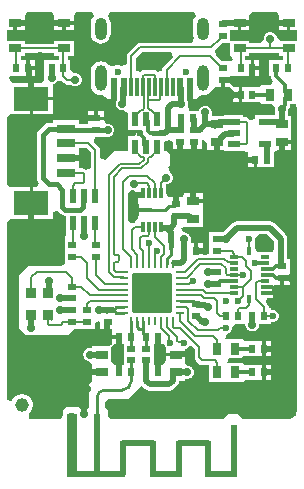
<source format=gbr>
%TF.GenerationSoftware,Altium Limited,Altium Designer,23.2.1 (34)*%
G04 Layer_Physical_Order=1*
G04 Layer_Color=255*
%FSLAX26Y26*%
%MOIN*%
%TF.SameCoordinates,DAB62C51-C882-44BF-9B97-BA74F53622F3*%
%TF.FilePolarity,Positive*%
%TF.FileFunction,Copper,L1,Top,Signal*%
%TF.Part,Single*%
G01*
G75*
%TA.AperFunction,Conductor*%
%ADD10C,0.011614*%
%TA.AperFunction,SMDPad,CuDef*%
%ADD11R,0.064961X0.009842*%
%ADD12R,0.011811X0.035433*%
%ADD13R,0.023622X0.027559*%
%TA.AperFunction,ConnectorPad*%
%ADD14R,0.041339X0.025591*%
%TA.AperFunction,SMDPad,CuDef*%
%ADD15R,0.031496X0.039370*%
%TA.AperFunction,TestPad*%
%ADD16R,0.019685X0.192913*%
%ADD17R,0.019685X0.155118*%
%ADD18R,0.106299X0.019685*%
%ADD19R,0.019685X0.103937*%
%ADD20R,0.078740X0.019685*%
%ADD21R,0.196850X0.019685*%
%ADD22R,0.035433X0.192913*%
%TA.AperFunction,SMDPad,CuDef*%
%ADD23R,0.027559X0.023622*%
%ADD24R,0.029528X0.011811*%
%ADD25R,0.011811X0.029528*%
%ADD26R,0.039370X0.031496*%
%ADD27R,0.118110X0.082677*%
%ADD28R,0.062992X0.031496*%
G04:AMPARAMS|DCode=29|XSize=135.827mil|YSize=135.827mil|CornerRadius=6.791mil|HoleSize=0mil|Usage=FLASHONLY|Rotation=270.000|XOffset=0mil|YOffset=0mil|HoleType=Round|Shape=RoundedRectangle|*
%AMROUNDEDRECTD29*
21,1,0.135827,0.122244,0,0,270.0*
21,1,0.122244,0.135827,0,0,270.0*
1,1,0.013583,-0.061122,-0.061122*
1,1,0.013583,-0.061122,0.061122*
1,1,0.013583,0.061122,0.061122*
1,1,0.013583,0.061122,-0.061122*
%
%ADD29ROUNDEDRECTD29*%
G04:AMPARAMS|DCode=30|XSize=9.842mil|YSize=27.559mil|CornerRadius=0.492mil|HoleSize=0mil|Usage=FLASHONLY|Rotation=90.000|XOffset=0mil|YOffset=0mil|HoleType=Round|Shape=RoundedRectangle|*
%AMROUNDEDRECTD30*
21,1,0.009842,0.026575,0,0,90.0*
21,1,0.008858,0.027559,0,0,90.0*
1,1,0.000984,0.013287,0.004429*
1,1,0.000984,0.013287,-0.004429*
1,1,0.000984,-0.013287,-0.004429*
1,1,0.000984,-0.013287,0.004429*
%
%ADD30ROUNDEDRECTD30*%
G04:AMPARAMS|DCode=31|XSize=9.842mil|YSize=27.559mil|CornerRadius=0.492mil|HoleSize=0mil|Usage=FLASHONLY|Rotation=0.000|XOffset=0mil|YOffset=0mil|HoleType=Round|Shape=RoundedRectangle|*
%AMROUNDEDRECTD31*
21,1,0.009842,0.026575,0,0,0.0*
21,1,0.008858,0.027559,0,0,0.0*
1,1,0.000984,0.004429,-0.013287*
1,1,0.000984,-0.004429,-0.013287*
1,1,0.000984,-0.004429,0.013287*
1,1,0.000984,0.004429,0.013287*
%
%ADD31ROUNDEDRECTD31*%
%TA.AperFunction,ConnectorPad*%
%ADD32R,0.023622X0.059055*%
%ADD33R,0.011811X0.059055*%
%TA.AperFunction,TestPad*%
G04:AMPARAMS|DCode=34|XSize=35.433mil|YSize=31.496mil|CornerRadius=1.575mil|HoleSize=0mil|Usage=FLASHONLY|Rotation=90.000|XOffset=0mil|YOffset=0mil|HoleType=Round|Shape=RoundedRectangle|*
%AMROUNDEDRECTD34*
21,1,0.035433,0.028346,0,0,90.0*
21,1,0.032283,0.031496,0,0,90.0*
1,1,0.003150,0.014173,0.016142*
1,1,0.003150,0.014173,-0.016142*
1,1,0.003150,-0.014173,-0.016142*
1,1,0.003150,-0.014173,0.016142*
%
%ADD34ROUNDEDRECTD34*%
%TA.AperFunction,SMDPad,CuDef*%
%ADD35R,0.023622X0.047244*%
%ADD36R,0.041339X0.023622*%
%TA.AperFunction,Conductor*%
%ADD37C,0.006693*%
%ADD38C,0.009842*%
%ADD39C,0.019685*%
%ADD40C,0.015748*%
%ADD41C,0.011811*%
%ADD42C,0.007874*%
%TA.AperFunction,WasherPad*%
%ADD43C,0.045354*%
%TA.AperFunction,ComponentPad*%
%ADD44C,0.023622*%
%ADD45O,0.039370X0.086614*%
%ADD46O,0.039370X0.074803*%
%TA.AperFunction,ViaPad*%
%ADD47C,0.027559*%
%ADD48C,0.023622*%
G36*
X423228Y923228D02*
Y904528D01*
X455709D01*
Y898622D01*
X461614D01*
Y874016D01*
X482283D01*
Y838583D01*
X429904D01*
X421983Y840525D01*
X415246Y851024D01*
X412058Y858722D01*
X405966Y864814D01*
X398008Y868110D01*
X389394D01*
X381435Y864814D01*
X375344Y858722D01*
X372047Y850764D01*
Y842150D01*
X360021Y830033D01*
X324803D01*
Y838583D01*
X261811D01*
Y874016D01*
X286417D01*
Y898622D01*
X292323D01*
Y904528D01*
X324803D01*
Y923228D01*
X331932Y936024D01*
X416100D01*
X423228Y923228D01*
D02*
G37*
G36*
X145975Y923357D02*
X146458Y920276D01*
X141732Y914117D01*
X138440Y906168D01*
X137316Y897638D01*
Y862205D01*
X138440Y853674D01*
X140736Y848131D01*
X137402Y839715D01*
X132120Y832384D01*
X-39370D01*
X-45284Y831207D01*
X-50298Y827857D01*
X-79826Y798330D01*
X-83176Y793316D01*
X-84352Y787402D01*
Y761779D01*
X-100100Y755256D01*
X-100123Y755279D01*
X-109240Y759055D01*
X-119107D01*
X-125420Y756440D01*
X-130504Y755888D01*
X-145801Y759972D01*
X-146970Y761495D01*
X-153796Y766732D01*
X-161745Y770025D01*
X-170276Y771148D01*
X-178806Y770025D01*
X-186755Y766732D01*
X-193581Y761495D01*
X-198819Y754669D01*
X-202112Y746720D01*
X-203235Y738189D01*
Y690945D01*
X-202112Y682414D01*
X-198819Y674465D01*
X-193581Y667639D01*
X-186755Y662402D01*
X-178806Y659109D01*
X-170276Y657986D01*
X-165354Y658634D01*
X-155193Y652622D01*
X-149606Y647091D01*
Y643701D01*
X-134175D01*
X-126487Y638562D01*
X-120498Y632048D01*
Y629918D01*
X-120074Y627785D01*
Y625611D01*
X-119242Y623601D01*
X-118818Y621469D01*
X-117610Y619661D01*
X-116778Y617652D01*
X-115240Y616115D01*
X-114032Y614306D01*
X-112224Y613098D01*
X-110686Y611561D01*
X-108678Y610729D01*
X-106870Y609520D01*
X-104737Y609096D01*
X-102728Y608264D01*
X-100553D01*
X-98421Y607840D01*
X-96288Y608264D01*
X-94114Y608264D01*
X-85837Y603110D01*
X-84130Y601480D01*
X-80709Y596770D01*
Y541339D01*
X-47724D01*
X-45531Y537402D01*
X-54783Y521653D01*
X-80709D01*
Y472441D01*
X-127953D01*
X-157774Y442620D01*
X-173522Y449143D01*
Y474410D01*
X-174698Y480324D01*
X-178049Y485338D01*
X-194679Y501969D01*
X-188156Y517716D01*
X-161417D01*
Y517716D01*
X-151945Y519685D01*
X-143331D01*
X-135372Y522982D01*
X-129281Y529073D01*
X-125984Y537032D01*
Y545646D01*
X-129281Y553604D01*
X-135372Y559696D01*
X-143331Y562992D01*
X-151945D01*
X-160471Y574803D01*
X-187008D01*
X-212598D01*
Y561409D01*
X-244095D01*
Y573819D01*
X-330709D01*
Y566330D01*
X-341453D01*
X-349134Y564803D01*
X-355646Y560452D01*
X-378365Y537732D01*
X-382716Y531221D01*
X-384244Y523540D01*
Y382382D01*
X-382716Y374701D01*
X-378365Y368190D01*
X-376103Y365927D01*
X-382129Y351378D01*
X-395669D01*
Y298228D01*
Y245079D01*
X-330709D01*
Y267760D01*
X-314961Y272537D01*
X-314095Y271241D01*
X-304252Y261399D01*
X-297741Y257048D01*
X-290060Y255520D01*
X-287402D01*
Y194882D01*
X-287402Y194882D01*
X-291339Y181102D01*
X-291339Y181102D01*
X-291339Y180765D01*
Y133858D01*
Y101885D01*
X-291339Y94488D01*
X-304640Y88583D01*
X-413386D01*
X-442913Y59055D01*
Y-118110D01*
X-420345Y-140678D01*
X-278474Y-140678D01*
X-259842Y-122047D01*
X-190945D01*
Y-106076D01*
X-188372Y-102329D01*
X-175197Y-96049D01*
X-173228Y-97472D01*
Y-122047D01*
X-153543D01*
Y-98425D01*
X-141732D01*
Y-122047D01*
X-131890Y-122047D01*
X-131890Y-133718D01*
Y-141732D01*
X-108268D01*
Y-147638D01*
X-102362D01*
Y-173228D01*
X-94488D01*
Y-210630D01*
Y-240157D01*
X-102362D01*
Y-265748D01*
X-114173D01*
Y-240157D01*
X-122525D01*
X-133213Y-235412D01*
X-135827Y-226040D01*
X-135827Y-222441D01*
Y-187346D01*
X-133213Y-177974D01*
X-122525Y-173228D01*
X-114173D01*
Y-153543D01*
X-131890D01*
Y-165017D01*
X-134504Y-174389D01*
X-145192Y-179134D01*
X-198819D01*
Y-184615D01*
X-206693D01*
X-208826Y-185039D01*
X-211000D01*
X-213009Y-185872D01*
X-215142Y-186296D01*
X-216950Y-187504D01*
X-218959Y-188336D01*
X-220496Y-189873D01*
X-222304Y-191082D01*
X-223512Y-192890D01*
X-225050Y-194427D01*
X-225882Y-196436D01*
X-227090Y-198244D01*
X-227514Y-200377D01*
X-228346Y-202386D01*
Y-204560D01*
X-228771Y-206693D01*
X-228346Y-208826D01*
Y-211000D01*
X-227514Y-213009D01*
X-227090Y-215142D01*
X-225882Y-216950D01*
X-225050Y-218959D01*
X-223512Y-220496D01*
X-222304Y-222304D01*
X-220496Y-223512D01*
X-218959Y-225050D01*
X-216950Y-225882D01*
X-215142Y-227090D01*
X-213009Y-227514D01*
X-211000Y-228346D01*
X-210490D01*
X-204387Y-233494D01*
X-202794Y-235340D01*
X-198819Y-242039D01*
X-198819Y-250000D01*
Y-259842D01*
X-167323D01*
Y-271653D01*
X-198819D01*
Y-293307D01*
X-210518Y-305006D01*
Y-383852D01*
X-212161Y-384533D01*
X-214877Y-387248D01*
X-216346Y-390796D01*
X-216536Y-392716D01*
Y-405969D01*
X-222610Y-409637D01*
X-236220Y-401303D01*
Y-391732D01*
X-236318D01*
X-236410Y-390796D01*
X-237880Y-387248D01*
X-240595Y-384533D01*
X-244143Y-383063D01*
X-246063Y-382874D01*
X-285433D01*
X-287353Y-383063D01*
X-290902Y-384533D01*
X-293617Y-387248D01*
X-295087Y-390796D01*
X-295179Y-391732D01*
X-295276D01*
Y-392714D01*
X-295276Y-392716D01*
X-295276Y-409762D01*
X-300779Y-416741D01*
X-307758Y-422244D01*
X-409988D01*
X-411135Y-420268D01*
X-411170Y-402558D01*
X-404528Y-395917D01*
X-399832Y-387784D01*
X-397402Y-378712D01*
Y-369320D01*
X-399832Y-360248D01*
X-404528Y-352114D01*
X-411170Y-345473D01*
X-419303Y-340777D01*
X-428375Y-338346D01*
X-437767D01*
X-446839Y-340777D01*
X-454972Y-345473D01*
X-461613Y-352114D01*
X-466309Y-360248D01*
X-466536Y-361093D01*
X-482284Y-359020D01*
X-482284Y-245078D01*
X-482284Y-97441D01*
Y233407D01*
X-472441Y245079D01*
X-407480D01*
Y298228D01*
Y351378D01*
X-472441D01*
X-482284Y363049D01*
Y581833D01*
X-472441Y593504D01*
X-407480D01*
Y646653D01*
Y699803D01*
X-467286D01*
X-476694Y713573D01*
X-472696Y722441D01*
X-419291D01*
Y748031D01*
Y773622D01*
X-437301D01*
Y789370D01*
X-423228D01*
Y798522D01*
X-324803D01*
Y789370D01*
X-310730D01*
Y773622D01*
X-358268D01*
Y722441D01*
X-358268Y722441D01*
X-359936Y707384D01*
X-362727Y703666D01*
X-364207Y702330D01*
X-368229Y699803D01*
X-395669D01*
Y652559D01*
X-330709D01*
Y694882D01*
X-330339D01*
X-328330Y695714D01*
X-326197Y696138D01*
X-324389Y697346D01*
X-322380Y698178D01*
X-320843Y699716D01*
X-319034Y700924D01*
X-318273Y702063D01*
X-315290Y704395D01*
X-305476Y705627D01*
X-303466Y705496D01*
X-299194Y704470D01*
X-299165Y704458D01*
X-292440Y697734D01*
X-287427Y694383D01*
X-281512Y693207D01*
X-271074D01*
X-268171Y690304D01*
X-260213Y687008D01*
X-251598D01*
X-243640Y690304D01*
X-237549Y696396D01*
X-234252Y704354D01*
Y712968D01*
X-237549Y720927D01*
X-243640Y727018D01*
X-251598Y730315D01*
X-260212D01*
X-271654Y742621D01*
Y773622D01*
X-279821D01*
Y789370D01*
X-259842D01*
Y838583D01*
X-324803D01*
Y829431D01*
X-423228D01*
Y838583D01*
X-482284D01*
Y874016D01*
X-461614D01*
Y898622D01*
X-455709D01*
Y904528D01*
X-423228D01*
Y923228D01*
X-416100Y936024D01*
X-331932D01*
X-324803Y923228D01*
X-324803Y920275D01*
Y904528D01*
X-259842D01*
Y920275D01*
X-259842Y923228D01*
X-252714Y936024D01*
X-199797D01*
X-194576Y923357D01*
X-194094Y920276D01*
X-198819Y914117D01*
X-202112Y906168D01*
X-203235Y897638D01*
Y862205D01*
X-202112Y853674D01*
X-198819Y845725D01*
X-193581Y838899D01*
X-186755Y833661D01*
X-178806Y830369D01*
X-170276Y829246D01*
X-161745Y830369D01*
X-153796Y833661D01*
X-146970Y838899D01*
X-141732Y845725D01*
X-138440Y853674D01*
X-137316Y862205D01*
Y897638D01*
X-138440Y906168D01*
X-141732Y914117D01*
X-146458Y920276D01*
X-145975Y923357D01*
X-140754Y936024D01*
X140754D01*
X145975Y923357D01*
D02*
G37*
G36*
X259843Y789370D02*
X262735D01*
X271653Y773622D01*
X261811Y771654D01*
Y771654D01*
X232486D01*
X213353Y790786D01*
X208742Y803370D01*
X213745Y811968D01*
X234454Y832677D01*
X259843D01*
Y789370D01*
D02*
G37*
G36*
X71442Y785727D02*
X38285Y752569D01*
X34935Y747555D01*
X33794Y741821D01*
X28827Y738466D01*
X18010Y735785D01*
X16850Y736945D01*
X11836Y740295D01*
X5922Y741472D01*
X-25607D01*
X-31521Y740295D01*
X-36535Y736945D01*
X-37695Y735785D01*
X-48443Y738449D01*
X-53443Y741845D01*
Y781000D01*
X-32969Y801475D01*
X64919D01*
X71442Y785727D01*
D02*
G37*
G36*
X423228Y789370D02*
X436699D01*
Y773622D01*
X389764D01*
Y722441D01*
X395322D01*
Y721355D01*
X396697Y714443D01*
X400613Y708582D01*
X403701Y705494D01*
X397675Y690945D01*
X366142D01*
Y690945D01*
X358268Y685039D01*
X301181D01*
Y659449D01*
Y633858D01*
X358268D01*
X366142Y627953D01*
Y627953D01*
X399926D01*
X404637Y624528D01*
X406269Y622818D01*
X411417Y614543D01*
Y612369D01*
X410993Y610236D01*
Y607628D01*
X409449Y592520D01*
X344488D01*
Y578701D01*
X328740Y574583D01*
X327857Y575905D01*
X323936Y579826D01*
X318923Y583176D01*
X313009Y584352D01*
X305118D01*
Y592520D01*
X240157D01*
Y589007D01*
X222441D01*
X220308Y588583D01*
X199243D01*
Y600394D01*
X198819Y602527D01*
Y604701D01*
X197987Y606710D01*
X197563Y608842D01*
X196354Y610651D01*
X195522Y612659D01*
X193985Y614197D01*
X192777Y616005D01*
X190969Y617213D01*
X189431Y618751D01*
X187422Y619583D01*
X185614Y620791D01*
X183482Y621215D01*
X181472Y622047D01*
X179298D01*
X177165Y622471D01*
X175033Y622047D01*
X172858D01*
X170849Y621215D01*
X168717Y620791D01*
X166909Y619583D01*
X164900Y618751D01*
X163362Y617213D01*
X161554Y616005D01*
X160346Y614197D01*
X158809Y612659D01*
X157976Y610650D01*
X156768Y608842D01*
X156344Y606710D01*
X156174Y606299D01*
X128337D01*
X128049Y606492D01*
X124399Y609761D01*
X122858Y611761D01*
X120065Y617737D01*
X119147Y622047D01*
X119247Y622548D01*
X120074Y624545D01*
Y626706D01*
X120501Y628850D01*
X121136Y632591D01*
X134175Y643701D01*
X149606D01*
Y647091D01*
X155193Y652622D01*
X165354Y658634D01*
X170276Y657986D01*
X178806Y659109D01*
X186755Y662402D01*
X193581Y667639D01*
X198819Y674465D01*
X199040Y675000D01*
X210630Y685039D01*
X230315D01*
Y708661D01*
X236221D01*
Y714567D01*
X265013D01*
X271654Y722441D01*
X328740D01*
Y748031D01*
Y773622D01*
X311332D01*
Y789370D01*
X324803D01*
Y797920D01*
X423228D01*
Y789370D01*
D02*
G37*
G36*
X480315Y627953D02*
X482283Y613020D01*
X482283Y-77756D01*
Y-245079D01*
X482283Y-395625D01*
X481148Y-401329D01*
X478923Y-406703D01*
X475691Y-411539D01*
X471578Y-415652D01*
X466742Y-418884D01*
X461368Y-421109D01*
X455664Y-422244D01*
X305118D01*
X286417Y-403543D01*
X255905D01*
X236220Y-422244D01*
X-135156D01*
X-142135Y-416741D01*
X-147638Y-409762D01*
Y-392716D01*
X-147827Y-390796D01*
X-149297Y-387248D01*
X-152012Y-384533D01*
X-155560Y-383063D01*
X-157480Y-382874D01*
Y-364173D01*
X-147638Y-354331D01*
X-78740Y-354331D01*
X-44718Y-320308D01*
X-36406Y-311996D01*
X-24085Y-320270D01*
X-23625Y-320729D01*
X-16463Y-325515D01*
X-8014Y-327196D01*
X57366D01*
X65815Y-325515D01*
X72978Y-320729D01*
X84509Y-309198D01*
X89295Y-302036D01*
X90975Y-293587D01*
Y-293307D01*
X110236D01*
Y-287826D01*
X118110D01*
X120243Y-287401D01*
X122417D01*
X124426Y-286569D01*
X126559Y-286145D01*
X128367Y-284937D01*
X130376Y-284105D01*
X131913Y-282567D01*
X133721Y-281359D01*
X134930Y-279551D01*
X136467Y-278014D01*
X137299Y-276005D01*
X138507Y-274197D01*
X138931Y-272064D01*
X139764Y-270055D01*
Y-267881D01*
X140188Y-265748D01*
X139764Y-263615D01*
Y-261441D01*
X138931Y-259432D01*
X138507Y-257299D01*
X137299Y-255491D01*
X136467Y-253482D01*
X134930Y-251945D01*
X133721Y-250137D01*
X131913Y-248929D01*
X130376Y-247391D01*
X128367Y-246559D01*
X126559Y-245351D01*
X124426Y-244927D01*
X122417Y-244095D01*
X121907D01*
X110236Y-234252D01*
Y-212599D01*
X78740D01*
X47244D01*
Y-226040D01*
X44630Y-235412D01*
X33942Y-240157D01*
X25590D01*
Y-265748D01*
X13780D01*
Y-240157D01*
X5906D01*
Y-210630D01*
Y-173228D01*
X13780D01*
Y-147638D01*
X25590D01*
Y-173228D01*
X40194D01*
X42367Y-178474D01*
X47244Y-183351D01*
Y-200788D01*
X78740D01*
X110236D01*
Y-187138D01*
X112053D01*
X119288Y-184141D01*
X124826Y-178603D01*
X130477Y-177479D01*
X142026Y-189028D01*
Y-216536D01*
X143202Y-222450D01*
X146552Y-227463D01*
X156395Y-237306D01*
X161409Y-240656D01*
X167323Y-241832D01*
X188976D01*
Y-297244D01*
X232283D01*
X244094Y-297244D01*
X259842Y-297244D01*
X303149D01*
Y-297244D01*
X311024Y-291339D01*
X368110D01*
Y-265748D01*
Y-240157D01*
X311024D01*
X303149Y-234252D01*
Y-234252D01*
X259842D01*
X250538Y-234252D01*
X257716Y-218504D01*
X303149D01*
Y-218504D01*
X311024Y-212598D01*
X368110D01*
Y-187008D01*
Y-161417D01*
X311024D01*
X303149Y-155512D01*
Y-155512D01*
X259842D01*
X243746Y-155512D01*
X242245Y-153543D01*
X249979Y-137795D01*
X257214Y-134798D01*
X262751Y-129261D01*
X265748Y-122026D01*
Y-114195D01*
X278708Y-104331D01*
X309055D01*
X314248Y-116717D01*
X315457Y-118525D01*
X316289Y-120534D01*
X317826Y-122071D01*
X319034Y-123879D01*
X320842Y-125087D01*
X322380Y-126625D01*
X324389Y-127457D01*
X326197Y-128665D01*
X328329Y-129089D01*
X330339Y-129921D01*
X332513D01*
X334646Y-130345D01*
X336778Y-129921D01*
X338953D01*
X340962Y-129089D01*
X343094Y-128665D01*
X344902Y-127457D01*
X346911Y-126625D01*
X348449Y-125087D01*
X350257Y-123879D01*
X351465Y-122071D01*
X353002Y-120534D01*
X353835Y-118525D01*
X355043Y-116717D01*
X355467Y-114584D01*
X356299Y-112575D01*
Y-110400D01*
X356723Y-108268D01*
Y-104331D01*
X397638D01*
Y-99755D01*
X399628Y-98425D01*
X407459D01*
X414694Y-95428D01*
X420231Y-89891D01*
X423228Y-82656D01*
Y-74825D01*
X420231Y-67590D01*
X414694Y-62052D01*
X407459Y-59055D01*
X399628D01*
X397638Y-56904D01*
Y-53150D01*
X394166D01*
X389181Y-47760D01*
X388294Y-43298D01*
X384944Y-38285D01*
X378925Y-32266D01*
X384951Y-17716D01*
X402559D01*
Y-5905D01*
X375984D01*
Y5906D01*
X402559D01*
Y11881D01*
X407481Y25591D01*
X427165D01*
Y49212D01*
X433071D01*
Y55118D01*
X458661D01*
Y64961D01*
Y112205D01*
X451240D01*
Y179744D01*
X449559Y188193D01*
X444773Y195356D01*
X408578Y231551D01*
X401415Y236337D01*
X392966Y238017D01*
X284837D01*
X276389Y236337D01*
X269226Y231551D01*
X238462Y200787D01*
X190945D01*
Y153543D01*
Y127947D01*
X171260D01*
Y131890D01*
X147638D01*
Y137795D01*
X141732D01*
Y163386D01*
X130345D01*
Y177165D01*
X129921Y179298D01*
Y181472D01*
X129089Y183482D01*
X128665Y185614D01*
X127457Y187422D01*
X126625Y189431D01*
X125087Y190969D01*
X123879Y192777D01*
X122071Y193985D01*
X120533Y195522D01*
X118525Y196354D01*
X116716Y197562D01*
X114584Y197987D01*
X112575Y198819D01*
X112411D01*
X105882Y202065D01*
X100877Y207987D01*
X99952Y209600D01*
X98552Y213368D01*
X98944Y216642D01*
X106299Y218504D01*
X106299Y218504D01*
X169291D01*
Y261811D01*
X169291Y273622D01*
X169292D01*
Y277559D01*
X169291D01*
Y299213D01*
X137795D01*
Y305118D01*
X131890D01*
Y332677D01*
X106299D01*
X104331Y318898D01*
X84646D01*
Y295276D01*
X72835D01*
Y318898D01*
X53150D01*
X47244Y332200D01*
Y360034D01*
X47446Y360236D01*
X51551D01*
X59510Y363533D01*
X65601Y369624D01*
X68898Y377583D01*
Y386197D01*
X65601Y394156D01*
X59510Y400247D01*
X58686Y400588D01*
X53998Y417805D01*
X54073Y418247D01*
X59055Y423228D01*
Y462598D01*
X49213Y472441D01*
X41339D01*
Y503231D01*
X55325Y509406D01*
X68898Y501649D01*
Y478346D01*
X88583D01*
Y501969D01*
X100394D01*
Y478346D01*
X135827D01*
Y501969D01*
X147638D01*
Y478346D01*
X167323D01*
Y507367D01*
X169291Y508617D01*
X185039Y499962D01*
Y474410D01*
X210630D01*
Y501969D01*
X222441D01*
Y474410D01*
X240157D01*
Y470473D01*
X305118D01*
X305118Y470473D01*
X319381Y466887D01*
X320866Y464147D01*
Y448819D01*
X344488D01*
Y442913D01*
X350394D01*
Y417323D01*
X407480D01*
Y468504D01*
X420782Y474410D01*
X427165D01*
Y501968D01*
X433071D01*
Y507874D01*
X464567D01*
Y517717D01*
X464567Y529528D01*
X464567Y545276D01*
Y588583D01*
X455149D01*
Y610236D01*
X455017Y610898D01*
X455686Y611567D01*
X459602Y617428D01*
X460977Y624340D01*
Y627953D01*
X480315D01*
D02*
G37*
G36*
X-204431Y468008D02*
Y415881D01*
X-220179Y409358D01*
X-220371Y409550D01*
X-225385Y412900D01*
X-231299Y414076D01*
X-244095D01*
Y420276D01*
Y441929D01*
X-287402D01*
Y453740D01*
X-244095D01*
Y481593D01*
X-218015D01*
X-204431Y468008D01*
D02*
G37*
G36*
X-63362Y340551D02*
X-60915D01*
X-47244Y327911D01*
Y306848D01*
X-47244Y302953D01*
X-44291Y288428D01*
Y281496D01*
X0D01*
Y269685D01*
X-44291D01*
Y262753D01*
X-47244Y248228D01*
X-55426Y234155D01*
X-61340Y232979D01*
X-64925Y230584D01*
X-70497Y231930D01*
X-80673Y237581D01*
Y331973D01*
X-79776Y333112D01*
X-64924Y341198D01*
X-63362Y340551D01*
D02*
G37*
G36*
X407084Y170599D02*
Y149701D01*
X402559Y135827D01*
X349409D01*
X342520Y148721D01*
Y166339D01*
X342520D01*
X341968Y167165D01*
X344488Y173250D01*
Y181081D01*
X356240Y193862D01*
X383821D01*
X407084Y170599D01*
D02*
G37*
%LPC*%
G36*
X449803Y892716D02*
X423228D01*
Y874016D01*
X449803D01*
Y892716D01*
D02*
G37*
G36*
X324803D02*
X298228D01*
Y874016D01*
X324803D01*
Y892716D01*
D02*
G37*
G36*
X-259842D02*
X-286417D01*
Y874016D01*
X-259842D01*
Y892716D01*
D02*
G37*
G36*
X-298228D02*
X-324803D01*
Y874016D01*
X-298228D01*
Y892716D01*
D02*
G37*
G36*
X-423228D02*
X-449803D01*
Y874016D01*
X-423228D01*
Y892716D01*
D02*
G37*
G36*
X-389764Y773622D02*
X-407480D01*
Y753937D01*
X-389764D01*
Y773622D01*
D02*
G37*
G36*
Y742126D02*
X-407480D01*
Y722441D01*
X-389764D01*
Y742126D01*
D02*
G37*
G36*
X-330709Y640748D02*
X-395669D01*
Y593504D01*
X-330709D01*
Y640748D01*
D02*
G37*
G36*
X-161417Y604331D02*
X-181102D01*
Y586614D01*
X-161417D01*
Y604331D01*
D02*
G37*
G36*
X-192913D02*
X-212598D01*
Y586614D01*
X-192913D01*
Y604331D01*
D02*
G37*
G36*
X358268Y773622D02*
X340551D01*
Y753937D01*
X358268D01*
Y773622D01*
D02*
G37*
G36*
Y742126D02*
X340551D01*
Y722441D01*
X358268D01*
Y742126D01*
D02*
G37*
G36*
X261811Y702756D02*
X242126D01*
Y685039D01*
X255905D01*
X261811Y685039D01*
X271654Y673368D01*
Y665354D01*
X289370D01*
Y685039D01*
X277559D01*
X271654Y685039D01*
X261811Y696710D01*
Y702756D01*
D02*
G37*
G36*
X289370Y653543D02*
X271654D01*
Y633858D01*
X289370D01*
Y653543D01*
D02*
G37*
G36*
X464567Y496063D02*
X438976D01*
Y474410D01*
X464567D01*
Y496063D01*
D02*
G37*
G36*
X338583Y437008D02*
X320866D01*
Y417323D01*
X338583D01*
Y437008D01*
D02*
G37*
G36*
X169291Y332677D02*
X143701D01*
Y311024D01*
X169291D01*
Y332677D01*
D02*
G37*
G36*
X171260Y163386D02*
X153543D01*
Y143701D01*
X171260D01*
Y163386D01*
D02*
G37*
G36*
X458661Y43307D02*
X438976D01*
Y25591D01*
X458661D01*
Y43307D01*
D02*
G37*
G36*
X379921Y-161417D02*
Y-181102D01*
X397638D01*
Y-161417D01*
X379921D01*
D02*
G37*
G36*
X397638Y-192913D02*
X379921D01*
Y-212598D01*
X397638D01*
Y-192913D01*
D02*
G37*
G36*
X379921Y-240157D02*
Y-259842D01*
X397638D01*
Y-240157D01*
X379921D01*
D02*
G37*
G36*
X397638Y-271653D02*
X379921D01*
Y-291339D01*
X397638D01*
Y-271653D01*
D02*
G37*
%LPD*%
D10*
X-98425Y-324803D02*
G03*
X-68898Y-295276I0J29527D01*
G01*
X-157480Y-324803D02*
G03*
X-183071Y-350394I0J-25590D01*
G01*
X-68898Y-147638D02*
Y-94488D01*
X-157480Y-324803D02*
X-98425D01*
X-68898Y-295276D02*
Y-265748D01*
X-183071Y-500000D02*
Y-350394D01*
X-68898Y-265748D02*
Y-226378D01*
Y-187008D02*
Y-147638D01*
D11*
X0Y275591D02*
D03*
D12*
X-29527Y218701D02*
D03*
X-9842D02*
D03*
X9843D02*
D03*
X29528D02*
D03*
X-29527Y332480D02*
D03*
X-9842D02*
D03*
X9843D02*
D03*
X29528D02*
D03*
D13*
X413386Y748032D02*
D03*
X452756D02*
D03*
X295276D02*
D03*
X334646D02*
D03*
X98425Y580709D02*
D03*
X137795D02*
D03*
X19685Y-265748D02*
D03*
X-19685D02*
D03*
X19685Y-147638D02*
D03*
X-19685D02*
D03*
X147638Y137795D02*
D03*
X108268D02*
D03*
X-108268Y-265748D02*
D03*
X-68898D02*
D03*
X-108268Y-147638D02*
D03*
X-68898D02*
D03*
X285433Y-78740D02*
D03*
X246063D02*
D03*
X334646D02*
D03*
X374016D02*
D03*
X-295276Y748032D02*
D03*
X-334646D02*
D03*
X-413386D02*
D03*
X-452756D02*
D03*
X374016Y-187008D02*
D03*
X334646D02*
D03*
X374016Y-265748D02*
D03*
X334646D02*
D03*
X295276Y659449D02*
D03*
X334646D02*
D03*
X344488Y442913D02*
D03*
X383858D02*
D03*
D14*
X455709Y813976D02*
D03*
X292323D02*
D03*
X455709Y898622D02*
D03*
X292323D02*
D03*
X-455709D02*
D03*
X-292323D02*
D03*
X-455709Y813976D02*
D03*
X-292323D02*
D03*
D15*
X275591Y-187008D02*
D03*
X216535D02*
D03*
X275591Y-265748D02*
D03*
X216535D02*
D03*
X393701Y659449D02*
D03*
X452756D02*
D03*
D16*
X-183071Y-500000D02*
D03*
D17*
X273622Y-518898D02*
D03*
D18*
X230315Y-606299D02*
D03*
X45276D02*
D03*
D19*
X187008Y-544488D02*
D03*
X88583D02*
D03*
X1968D02*
D03*
X-96457D02*
D03*
D20*
X137795Y-502362D02*
D03*
X-47244D02*
D03*
D21*
X-185039Y-606299D02*
D03*
D22*
X-265748Y-500000D02*
D03*
D23*
X94488Y501969D02*
D03*
Y541339D02*
D03*
X141732Y501969D02*
D03*
Y541339D02*
D03*
X-19685Y-226378D02*
D03*
Y-187008D02*
D03*
X-147638Y-98425D02*
D03*
Y-59055D02*
D03*
X147638Y-78740D02*
D03*
Y-39370D02*
D03*
X78740Y295276D02*
D03*
Y255905D02*
D03*
X-68898Y-226378D02*
D03*
Y-187008D02*
D03*
X-187008Y157480D02*
D03*
Y118110D02*
D03*
X216535Y177165D02*
D03*
Y137795D02*
D03*
X-216536Y-59055D02*
D03*
Y-98425D02*
D03*
X-265748Y157480D02*
D03*
Y118110D02*
D03*
X-265748Y-19685D02*
D03*
Y19685D02*
D03*
Y-59055D02*
D03*
Y-98425D02*
D03*
X236220Y748032D02*
D03*
Y708661D02*
D03*
Y856299D02*
D03*
Y895669D02*
D03*
X433071Y49213D02*
D03*
Y88583D02*
D03*
X216535Y68898D02*
D03*
Y29527D02*
D03*
X-187008Y580709D02*
D03*
Y541338D02*
D03*
D24*
X375984Y118110D02*
D03*
Y98425D02*
D03*
Y78740D02*
D03*
Y59055D02*
D03*
Y39370D02*
D03*
Y19685D02*
D03*
Y0D02*
D03*
X273622D02*
D03*
Y19685D02*
D03*
Y39370D02*
D03*
Y59055D02*
D03*
Y78740D02*
D03*
Y98425D02*
D03*
Y118110D02*
D03*
D25*
X324803Y-21654D02*
D03*
Y139764D02*
D03*
D26*
X-167323Y-206693D02*
D03*
Y-265748D02*
D03*
X78740Y-206693D02*
D03*
Y-265748D02*
D03*
X137795Y305118D02*
D03*
Y246063D02*
D03*
X433071Y501969D02*
D03*
Y561024D02*
D03*
X216535Y501969D02*
D03*
Y561024D02*
D03*
D27*
X-401575Y298228D02*
D03*
Y646653D02*
D03*
D28*
X-287402Y398622D02*
D03*
Y447834D02*
D03*
Y497047D02*
D03*
Y546260D02*
D03*
D29*
X0Y0D02*
D03*
D30*
X-94488Y-68898D02*
D03*
Y-49213D02*
D03*
Y-29528D02*
D03*
Y-9842D02*
D03*
Y9842D02*
D03*
Y29528D02*
D03*
Y49213D02*
D03*
Y68898D02*
D03*
X94488D02*
D03*
Y49213D02*
D03*
Y29528D02*
D03*
Y9842D02*
D03*
Y-9842D02*
D03*
Y-29528D02*
D03*
Y-49213D02*
D03*
Y-68898D02*
D03*
D31*
X-68898Y94488D02*
D03*
X-49213D02*
D03*
X-29528D02*
D03*
X-9842D02*
D03*
X9842D02*
D03*
X29528D02*
D03*
X49213D02*
D03*
X68898D02*
D03*
Y-94488D02*
D03*
X49213D02*
D03*
X29528D02*
D03*
X9842D02*
D03*
X-9842D02*
D03*
X-29528D02*
D03*
X-49213D02*
D03*
X-68898D02*
D03*
D32*
X94488Y685039D02*
D03*
X125984D02*
D03*
X-125984D02*
D03*
X-94488D02*
D03*
D33*
X68898D02*
D03*
X49213D02*
D03*
X29528D02*
D03*
X-68898D02*
D03*
X-49213D02*
D03*
X-29528D02*
D03*
X-9842D02*
D03*
X9842D02*
D03*
D34*
X-345472Y-75787D02*
D03*
Y-2953D02*
D03*
X-402559Y-75787D02*
D03*
Y-2953D02*
D03*
D35*
X-57087Y486220D02*
D03*
X-19685D02*
D03*
X17716D02*
D03*
Y576772D02*
D03*
X-19685D02*
D03*
X-57087D02*
D03*
X-263780Y230315D02*
D03*
X-226378D02*
D03*
X-188976D02*
D03*
Y320866D02*
D03*
X-226378D02*
D03*
X-263780D02*
D03*
D36*
X272638Y568898D02*
D03*
Y531496D02*
D03*
Y494095D02*
D03*
X376968D02*
D03*
Y568898D02*
D03*
D37*
X-75037Y389409D02*
X-15546D01*
X9843Y364020D01*
X-96127Y368318D02*
X-75037Y389409D01*
X-96127Y144862D02*
Y368318D01*
X9843Y184932D02*
Y218701D01*
X39485Y128812D02*
Y155290D01*
X9843Y184932D02*
X39485Y155290D01*
X29528Y94488D02*
Y118855D01*
X39485Y128812D01*
X-40364Y147937D02*
Y181546D01*
X-29528Y94488D02*
Y137100D01*
X-40364Y147937D02*
X-29528Y137100D01*
X-40364Y181546D02*
X-32444Y189466D01*
X-13763D01*
X-66706Y143623D02*
Y207422D01*
X-49213Y94488D02*
Y126130D01*
X-66706Y143623D02*
X-49213Y126130D01*
X-55426Y218701D02*
X-29527D01*
X-66706Y207422D02*
X-55426Y218701D01*
X-68898Y94488D02*
Y117632D01*
X-96127Y144862D02*
X-68898Y117632D01*
X-10289Y344935D02*
X-9842Y344488D01*
X-57300Y363960D02*
X-17933D01*
X-10289Y356316D01*
Y344935D02*
Y356316D01*
X-59055Y362205D02*
X-57300Y363960D01*
X-13763Y189466D02*
X-9843Y193387D01*
Y218701D01*
X-10827Y95472D02*
X-9842Y94488D01*
X-10827Y95472D02*
Y164370D01*
X29528Y344488D02*
Y364173D01*
X47244Y381890D01*
X9843Y332480D02*
Y364020D01*
X-292323Y813976D02*
X-284449D01*
X-452756D02*
X-292323D01*
X-295276Y811024D02*
X-292323Y813976D01*
X-295276Y748032D02*
Y811024D01*
Y722425D02*
Y748032D01*
X-452756Y746432D02*
Y813976D01*
X-39370Y816929D02*
X196850D01*
X225787Y845866D01*
X-68898Y787402D02*
X-39370Y816929D01*
X225787Y845866D02*
Y847835D01*
X234252Y856299D01*
X236220D01*
X94973Y787402D02*
X194882D01*
X234252Y748032D01*
X236220D01*
X452756Y811024D02*
X455709Y813976D01*
X299335Y118110D02*
X312731Y104715D01*
X273622Y118110D02*
X299335D01*
X312731Y87702D02*
Y104715D01*
Y87702D02*
X329744Y70689D01*
Y46447D02*
Y70689D01*
X302982Y19685D02*
X329744Y46447D01*
X285433Y-57468D02*
X290076Y-52825D01*
X314914D02*
X324803Y-42936D01*
X290076Y-52825D02*
X314914D01*
X157480Y-216536D02*
X167323Y-226378D01*
X157480Y-216536D02*
Y-182627D01*
X92662Y-117809D02*
X157480Y-182627D01*
X-183071Y-501969D02*
Y-500000D01*
X-345472Y-103363D02*
Y-77756D01*
X-304134Y-107284D02*
X-295276Y-98425D01*
X-345472Y-103363D02*
X-341552Y-107284D01*
X-304134D01*
X-295276Y-98425D02*
X-265748D01*
X16453Y134572D02*
Y139153D01*
X9842Y127961D02*
X16453Y134572D01*
X9842Y94488D02*
Y127961D01*
X133471Y39113D02*
X138052D01*
X123886Y29528D02*
X133471Y39113D01*
X94488Y29528D02*
X123886D01*
X94488Y9842D02*
X168770D01*
X178612Y0D01*
X9842Y685039D02*
Y722097D01*
X-29528D02*
X-25607Y726017D01*
X5922D01*
X9842Y722097D01*
X-29528Y685039D02*
Y722097D01*
X-68898Y685039D02*
Y787402D01*
X-295276Y722425D02*
X-281512Y708661D01*
X-255905D01*
X49213Y741641D02*
X94973Y787402D01*
X49213Y685039D02*
Y741641D01*
X-383858Y68898D02*
X-285433D01*
X-402559Y50197D02*
X-383858Y68898D01*
X-402559Y-2953D02*
Y50197D01*
X-345472Y-77756D02*
X-333071Y-90157D01*
X-345472Y-77756D02*
Y-75787D01*
X-285433Y68898D02*
X-265748Y49213D01*
Y-500000D02*
Y-413386D01*
X-12008Y641732D02*
X23048D01*
X26969Y645653D01*
Y682480D01*
X-12008Y641732D02*
Y682874D01*
Y613566D02*
Y641732D01*
X26969Y682480D02*
X29528Y685039D01*
X-126592Y129291D02*
Y135078D01*
Y129291D02*
X-122104Y124803D01*
X-114505D01*
X-110017Y120315D01*
Y106850D02*
Y120315D01*
X-114505Y102362D02*
X-110017Y106850D01*
X-122104Y102362D02*
X-114505D01*
X-126592Y97874D02*
X-122104Y102362D01*
X-126592Y74667D02*
Y97874D01*
Y74667D02*
X-124011Y72086D01*
X-126592Y135078D02*
Y385219D01*
X-124011Y72086D02*
X-118657Y66732D01*
X272638Y494095D02*
X313009D01*
X316929Y498015D02*
Y564977D01*
X272638Y568898D02*
X313009D01*
Y494095D02*
X316929Y498015D01*
X313009Y568898D02*
X316929Y564977D01*
X302982Y-11979D02*
Y19685D01*
X273622Y19685D02*
X302982D01*
X302982Y19685D01*
X226378Y-78740D02*
X246063D01*
X216535Y-68898D02*
X226378Y-78740D01*
X216535Y-68898D02*
Y-29528D01*
X206693Y-19685D02*
X216535Y-29528D01*
X171974Y-19685D02*
X206693D01*
X237598Y-68307D02*
X246063Y-76772D01*
Y-78740D02*
Y-76772D01*
X285433Y-29528D02*
X302982Y-11979D01*
X-231299Y398622D02*
X-226378Y393701D01*
X-287402Y398622D02*
X-231299D01*
X-226378Y368094D02*
Y393701D01*
X-230299Y364173D02*
X-226378Y368094D01*
X-255905Y364173D02*
X-230299D01*
X216535Y-187008D02*
Y-157864D01*
X145131Y-145133D02*
X203805D01*
X216535Y-157864D01*
X94488Y-94491D02*
X145131Y-145133D01*
X114396Y-49213D02*
X121373Y-56189D01*
Y-94389D02*
X152099Y-125115D01*
X121373Y-94389D02*
Y-56189D01*
X83885Y-160926D02*
Y-149044D01*
Y-160926D02*
X89146Y-166187D01*
X106873D01*
X108138Y-167453D01*
X49327Y-114487D02*
X83885Y-149044D01*
X49327Y-114487D02*
Y-94603D01*
X72818Y-117809D02*
X92662D01*
X68898Y-113888D02*
Y-94488D01*
Y-113888D02*
X72818Y-117809D01*
X167323Y-226378D02*
X209128D01*
X216535Y-233785D01*
Y-265748D02*
Y-233785D01*
X94488Y-94491D02*
Y-68898D01*
X152099Y-125115D02*
X219373D01*
X226378Y-118110D01*
X246063D01*
X56195Y-164462D02*
Y-143978D01*
Y-164462D02*
X59055Y-167323D01*
X29528Y-117311D02*
Y-94488D01*
Y-117311D02*
X56195Y-143978D01*
X94488Y-49213D02*
X114396D01*
X-287402Y497047D02*
X-211614D01*
X-188976Y320866D02*
Y474410D01*
X-211614Y497047D02*
X-188976Y474410D01*
X-263780Y356299D02*
X-255905Y364173D01*
X-263780Y320866D02*
Y356299D01*
X178612Y0D02*
X273622D01*
X162131Y-9842D02*
X171974Y-19685D01*
X324803Y139764D02*
Y177165D01*
X94488Y-9842D02*
X162131D01*
X374016Y-78740D02*
X403543D01*
X273622Y118110D02*
Y129921D01*
X265748Y137795D02*
X273622Y129921D01*
X216535Y137795D02*
X265748D01*
X345989Y-21185D02*
Y31028D01*
Y-21185D02*
X374016Y-49212D01*
X345989Y31028D02*
X354331Y39370D01*
X374016Y-78740D02*
Y-49212D01*
X354331Y39370D02*
X375984D01*
X285433Y-78740D02*
Y-57468D01*
X324803Y-42936D02*
Y-21654D01*
X285433Y-78740D02*
X285433Y-78740D01*
X-216535Y49213D02*
Y98425D01*
Y49213D02*
X-177165Y9842D01*
X-236220Y118110D02*
X-216535Y98425D01*
X-265748Y118110D02*
X-236220D01*
X-177165Y9842D02*
X-94488D01*
X-157480Y29528D02*
X-94488D01*
X-187008Y59055D02*
X-157480Y29528D01*
X-125017Y51378D02*
X-108662D01*
X-96063Y50787D02*
X-94488Y49213D01*
X-118657Y66732D02*
X-108662D01*
X-108071Y50787D02*
X-96063D01*
X-141946Y68307D02*
X-125017Y51378D01*
X-108662D02*
X-108071Y50787D01*
X-96063Y67323D02*
X-94488Y68898D01*
X-108071Y67323D02*
X-96063D01*
X-108662Y66732D02*
X-108071Y67323D01*
X-187008Y59055D02*
Y118110D01*
X-188976Y159449D02*
Y230315D01*
Y159449D02*
X-187008Y157480D01*
X-263780Y159449D02*
Y230315D01*
X-265748Y157480D02*
X-263780Y159449D01*
X-265748Y19685D02*
X-265748Y19685D01*
Y49213D01*
X-141946Y68307D02*
Y391579D01*
X-104785Y428740D01*
X-126592Y385219D02*
X-98425Y413386D01*
X-31283Y609646D02*
X-27362Y613566D01*
X-36024Y609646D02*
X-31283D01*
X-27362Y613566D02*
Y682874D01*
X-57087Y588583D02*
X-36024Y609646D01*
X-57087Y576772D02*
Y588583D01*
X-29528Y685039D02*
X-27362Y682874D01*
X-12008D02*
X-9842Y685039D01*
X-3346Y609646D02*
X17716Y588583D01*
Y576772D02*
Y588583D01*
X-12008Y613566D02*
X-8087Y609646D01*
X-3346D01*
X-41535Y428740D02*
X-27362Y442913D01*
X-104785Y428740D02*
X-41535D01*
X-35175Y413386D02*
X-12008Y436553D01*
X-98425Y413386D02*
X-35175D01*
X-206693Y-9842D02*
X-94488D01*
X-236220Y19685D02*
X-206693Y-9842D01*
X-206693Y-29528D02*
X-94488D01*
X-216536Y-39370D02*
X-206693Y-29528D01*
X-12008Y436553D02*
Y449426D01*
X-36024Y453346D02*
X-31283D01*
X-27362Y442913D02*
Y449426D01*
X-31283Y453346D02*
X-27362Y449426D01*
X17716Y474409D02*
Y486220D01*
X-12008Y449426D02*
X-8087Y453346D01*
X-3346D01*
X17716Y474409D01*
X-57087D02*
Y486220D01*
Y474409D02*
X-36024Y453346D01*
X273622Y19685D02*
X275591Y21654D01*
X-265748Y-98425D02*
X-216536D01*
X-265748Y19685D02*
X-236220D01*
X-216536Y-59055D02*
Y-39370D01*
D38*
X-62992Y275591D02*
X42888D01*
X55794Y288497D02*
X71961D01*
X42888Y275591D02*
X55794Y288497D01*
X71961D02*
X78740Y295276D01*
X49213Y112986D02*
X64993Y128766D01*
Y143521D01*
X49213Y94488D02*
Y112986D01*
X-19685Y-147638D02*
X-19685Y-147638D01*
Y-187008D02*
Y-147638D01*
X-29528Y-137795D02*
X-19685Y-147638D01*
X145669Y-39370D02*
X147638D01*
X135827Y-29528D02*
X145669Y-39370D01*
X94488Y-29528D02*
X135827D01*
X-154528Y-65945D02*
X-147638Y-59055D01*
X-29528Y-121063D02*
Y-94488D01*
Y-137795D02*
Y-121063D01*
X-49213Y-115297D02*
X-43447Y-121063D01*
X-29528D01*
X-49213Y-115297D02*
Y-94488D01*
X-118110Y-68898D02*
X-94488D01*
X-127953Y-59055D02*
X-118110Y-68898D01*
X-127953Y-59055D02*
X-118110Y-49213D01*
X-94488D01*
D39*
X124016Y255905D02*
X133858Y246063D01*
X78740Y255905D02*
X124016D01*
X63272Y216535D02*
X74803Y228067D01*
X51181Y216535D02*
X63272D01*
X51181D02*
X64993Y202724D01*
X74803Y228067D02*
Y253937D01*
X76772Y255905D01*
X78740D01*
X34792Y216535D02*
X51181D01*
X64993Y167290D02*
Y202724D01*
X-61486Y324341D02*
X-55918D01*
X-55772Y324487D02*
X-33662D01*
X-55918Y324341D02*
X-55772Y324487D01*
X-62992Y322835D02*
X-61486Y324341D01*
X429162Y90551D02*
Y179744D01*
X284837Y215940D02*
X392966D01*
X429162Y179744D01*
X246063Y177165D02*
X284837Y215940D01*
X431130Y88583D02*
X433071D01*
X429162Y90551D02*
X431130Y88583D01*
X-338583Y897638D02*
X-338091Y898130D01*
X-292815D02*
X-292323Y898622D01*
X-338091Y898130D02*
X-292815D01*
X-409941D02*
X-409449Y897638D01*
X-455709Y898622D02*
X-455216Y898130D01*
X-409941D01*
X409449Y897638D02*
X409941Y898130D01*
X455217D02*
X455709Y898622D01*
X409941Y898130D02*
X455217D01*
X292815D02*
X338091D01*
X292323Y898622D02*
X292815Y898130D01*
X338091D02*
X338583Y897638D01*
X-334646Y716535D02*
Y748032D01*
X236220Y708661D02*
X267716D01*
X334646Y716535D02*
X334646Y716535D01*
X334646Y716535D02*
Y748032D01*
X290847Y897146D02*
X292323Y898622D01*
X236220Y895669D02*
X237697Y897146D01*
X290847D01*
X-411417Y718666D02*
Y746063D01*
X-403543Y708661D02*
Y710792D01*
X-413386Y748032D02*
X-411417Y746063D01*
Y718666D02*
X-403543Y710792D01*
X265748Y659449D02*
X295276D01*
X-147537Y-59156D02*
X-131222D01*
X-147638Y-59055D02*
X-147537Y-59156D01*
X79725Y-205709D02*
X125000D01*
X125984Y-204724D01*
X78740Y-206693D02*
X79725Y-205709D01*
X141732Y541339D02*
X143701Y543307D01*
X143701D01*
X141732Y541339D02*
X141732D01*
X159449Y543307D02*
X177166Y561024D01*
X143701Y543307D02*
X159449D01*
X177165Y600394D02*
X177166Y600394D01*
Y561024D02*
Y600394D01*
X216535Y561024D02*
X222441Y566929D01*
X210630Y555118D02*
X216535Y561024D01*
X216535D01*
X177166D02*
X216535D01*
X433071D02*
Y610236D01*
X108268Y137795D02*
Y177165D01*
Y109957D02*
Y137795D01*
X-183071Y-606299D02*
Y-501969D01*
Y-606299D02*
X-96457D01*
X-185039D02*
X-183071D01*
X-96457Y-544488D02*
Y-502362D01*
Y-606299D02*
Y-544488D01*
X-47244Y-502362D02*
X1968D01*
X-96457D02*
X-47244D01*
X1968Y-606299D02*
Y-544488D01*
Y-502362D01*
X45276Y-606299D02*
X88583D01*
X1968D02*
X45276D01*
X88583Y-544488D02*
Y-502362D01*
Y-606299D02*
Y-544488D01*
X137795Y-502362D02*
X187008D01*
X88583D02*
X137795D01*
X187008Y-606299D02*
Y-544488D01*
Y-502362D01*
Y-606299D02*
X230315D01*
X273622D02*
Y-518898D01*
X230315Y-606299D02*
X273622D01*
X-226378Y580709D02*
X-187008D01*
X-226378Y580709D02*
X-226378Y580709D01*
X94488Y472441D02*
Y501969D01*
X147638Y137795D02*
X177165D01*
X-305118Y-59055D02*
X-265748D01*
X-344488Y5905D02*
Y39370D01*
X-403051Y-82677D02*
X-396653Y-76279D01*
X-403051Y-117618D02*
Y-82677D01*
X-403543Y-118110D02*
X-403051Y-117618D01*
X-265748Y-59055D02*
X-265748Y-59055D01*
X-305118Y-19685D02*
X-265748D01*
X-265748Y-19685D01*
X305118Y442913D02*
X344488D01*
X-236713Y448327D02*
X-236220Y448819D01*
X-286909Y448327D02*
X-236713D01*
X374016Y-187008D02*
X413386D01*
X374016Y-265748D02*
X413386D01*
X-216535D02*
X-167323D01*
X-148622Y-99409D02*
X-147638Y-98425D01*
X-149606Y-137795D02*
X-148622Y-136811D01*
Y-99409D01*
X-109252Y-264764D02*
X-108268Y-265748D01*
X-110236Y-224409D02*
X-109252Y-225394D01*
Y-264764D02*
Y-225394D01*
Y-148622D02*
X-108268Y-147638D01*
X-109252Y-187992D02*
Y-148622D01*
X-110236Y-188976D02*
X-109252Y-187992D01*
X19685Y-265748D02*
Y-224409D01*
Y-188976D02*
Y-147638D01*
X141732Y541339D02*
X143701Y543307D01*
X141732Y472441D02*
Y501969D01*
X96457Y543307D02*
X98425Y541339D01*
X55118Y543027D02*
X92799D01*
X43587Y531496D02*
X55118Y543027D01*
Y614173D01*
X27559Y531496D02*
X43587D01*
X98425Y541339D02*
X98427Y541341D01*
X98425Y541339D02*
X98425D01*
X92799Y543027D02*
X94488Y541339D01*
X55118Y614173D02*
X68290Y627346D01*
X96914D02*
X98421Y628852D01*
X68290Y627346D02*
X96914D01*
X137795Y580709D02*
X139764Y578740D01*
Y543307D02*
Y578740D01*
Y543307D02*
X141732Y541339D01*
X96457Y543307D02*
Y578740D01*
X98425Y580709D01*
X216535Y462598D02*
Y501969D01*
X433071Y462598D02*
Y501969D01*
X378937Y566929D02*
X427165D01*
X433071Y561024D01*
X376968Y568898D02*
X378937Y566929D01*
X220472Y501969D02*
X226378Y507874D01*
Y511811D02*
X244095Y529528D01*
X226378Y507874D02*
Y511811D01*
X244095Y529528D02*
X270669D01*
X216536Y501969D02*
X220472D01*
X270669Y529528D02*
X272638Y531496D01*
X270669Y566929D02*
X272638Y568898D01*
X222441Y566929D02*
X270669D01*
X381890Y494095D02*
X383858Y492126D01*
Y442913D02*
Y492126D01*
X376968Y494095D02*
X381890D01*
X137795Y305118D02*
Y344488D01*
X137795Y580709D02*
X137795Y580709D01*
X137795Y628856D02*
X137795Y628856D01*
X98421Y628852D02*
X98423Y628850D01*
X94488Y685039D02*
X96457Y683071D01*
X137795Y629921D02*
Y632052D01*
X96457Y634012D02*
X98421Y632048D01*
X96457Y634012D02*
Y683071D01*
X98421Y629918D02*
Y632048D01*
X127953Y641895D02*
Y683071D01*
X125984Y685039D02*
X127953Y683071D01*
Y641895D02*
X137795Y632052D01*
X-137795D02*
X-127953Y641895D01*
Y683071D02*
X-125984Y685039D01*
X-127953Y641895D02*
Y683071D01*
X-98421Y629918D02*
Y632048D01*
X-96457Y634012D02*
Y683071D01*
X-98421Y632048D02*
X-96457Y634012D01*
X-137795Y629921D02*
Y632052D01*
X-96457Y683071D02*
X-94488Y685039D01*
X-403543Y648622D02*
X-401575Y646653D01*
X-403543Y648622D02*
Y708661D01*
Y296260D02*
X-401575Y298228D01*
X-403543Y236220D02*
Y296260D01*
X-287402Y447834D02*
X-286909Y448327D01*
X175659Y-96919D02*
X177165Y-98425D01*
X167785Y-96919D02*
X175659D01*
X149606Y-78740D02*
X167785Y-96919D01*
X147638Y-78740D02*
X149606D01*
X184877Y-49213D02*
X187008D01*
X177003Y-41339D02*
X184877Y-49213D01*
X149606Y-41339D02*
X177003D01*
X-226378Y187008D02*
Y230315D01*
X-206693Y-206693D02*
X-167323D01*
X78740Y-265748D02*
X78740Y-265748D01*
X118110D01*
X-19685Y-269545D02*
Y-265748D01*
X-8014Y-305118D02*
X57366D01*
X68898Y-293587D01*
Y-271654D02*
X74803Y-265748D01*
X78740D01*
X68898Y-293587D02*
Y-271654D01*
X-19545Y-293587D02*
Y-269685D01*
X-19685Y-269545D02*
X-19545Y-269685D01*
Y-293587D02*
X-8014Y-305118D01*
X-19685Y-265748D02*
X-19685Y-265748D01*
Y-226378D01*
X147638Y-39370D02*
X149606Y-41339D01*
X216535Y177165D02*
X246063D01*
X334646Y-108268D02*
Y-78740D01*
X133858Y246063D02*
X137795D01*
X-177165Y-59055D02*
X-147638D01*
X433071Y49213D02*
X462599D01*
X187008Y29527D02*
X216535D01*
X187008Y68898D02*
X216535D01*
X78740Y295276D02*
Y324803D01*
X73765Y98425D02*
X96736D01*
X108268Y109957D01*
D40*
X64993Y155479D02*
Y167290D01*
X-147638Y541338D02*
X-147638Y541339D01*
X-282480Y541338D02*
X-187008D01*
X-147638D01*
X3937Y531496D02*
X27559D01*
X-299903Y285433D02*
X-290060Y275591D01*
X-299903Y285433D02*
Y342993D01*
X-290060Y275591D02*
X-239540D01*
X-318016Y361106D02*
X-299903Y342993D01*
X-342898Y361106D02*
X-318016D01*
X-364173Y523540D02*
X-341453Y546260D01*
X-364173Y382382D02*
Y523540D01*
X-341453Y546260D02*
X-287402D01*
X-364173Y382382D02*
X-342898Y361106D01*
X-230315Y284816D02*
Y316929D01*
X-239540Y275591D02*
X-230315Y284816D01*
Y316929D02*
X-226378Y320866D01*
X-287402Y546260D02*
X-282480Y541338D01*
D41*
X64993Y143521D02*
Y155479D01*
X413386Y88583D02*
X433071D01*
Y614498D02*
X442913Y624340D01*
X433071Y610236D02*
Y614498D01*
X442913Y649606D02*
X452756Y659449D01*
X442913Y624340D02*
Y649606D01*
Y669291D02*
Y691828D01*
X413386Y721355D02*
X442913Y691828D01*
X413386Y721355D02*
Y748032D01*
X442913Y669291D02*
X452756Y659449D01*
X334646D02*
X393701D01*
X334646Y659449D02*
X334646Y659449D01*
X-13780Y538415D02*
Y570866D01*
X-6861Y531496D02*
X3937D01*
X-13780Y538415D02*
X-6861Y531496D01*
X-19685Y576772D02*
X-13780Y570866D01*
X-25590Y492126D02*
Y514520D01*
X-39370Y528300D02*
X-25590Y514520D01*
X-39370Y528300D02*
Y531496D01*
X-25590Y492126D02*
X-19685Y486220D01*
X275591Y-265748D02*
X334646D01*
X275591Y-187008D02*
X334646D01*
X344488Y98425D02*
X375984D01*
X409124Y9842D02*
X413386D01*
X375984Y19685D02*
X399282D01*
X409124Y9842D01*
X399282Y0D02*
X409124Y9842D01*
X375984Y0D02*
X399282D01*
X413386Y49213D02*
X433071D01*
X403543Y59055D02*
X413386Y49213D01*
X375984Y59055D02*
X403543D01*
Y78740D02*
X413386Y88583D01*
X375984Y78740D02*
X403543D01*
X216535Y29527D02*
X218504D01*
X228347Y39370D01*
X273622D01*
D42*
X449803Y813976D02*
X452756Y811024D01*
X393701Y813976D02*
X449803D01*
X292323D02*
X393701D01*
Y846457D01*
X452756Y748032D02*
Y811024D01*
X295276Y748032D02*
Y811024D01*
X292323Y813976D02*
X295276Y811024D01*
X273622Y59055D02*
X303150D01*
X111189Y69882D02*
X153197Y111890D01*
X241297D02*
X252808Y100379D01*
X153197Y111890D02*
X241297D01*
X95472Y69882D02*
X111189D01*
X231435Y95089D02*
X246063Y80461D01*
X160622Y95089D02*
X231435D01*
X115323Y49790D02*
X160622Y95089D01*
X95066Y49790D02*
X115323D01*
X94488Y49213D02*
X95066Y49790D01*
X94488Y68898D02*
X95472Y69882D01*
X246063Y63668D02*
Y80461D01*
Y63668D02*
X250675Y59055D01*
X273622D01*
X252808Y100379D02*
X271668D01*
X273622Y98425D01*
D43*
X-433071Y-374016D02*
D03*
D44*
X-114173Y734252D02*
D03*
X114173D02*
D03*
D45*
X170276Y714567D02*
D03*
X-170276D02*
D03*
D46*
Y879921D02*
D03*
X170276D02*
D03*
D47*
X-374016Y787402D02*
D03*
X-141732Y-370079D02*
D03*
X-62992Y275591D02*
D03*
Y322835D02*
D03*
X-59055Y362205D02*
D03*
X47244Y381890D02*
D03*
X-338583Y897638D02*
D03*
X-409449D02*
D03*
X338583D02*
D03*
X-334646Y716535D02*
D03*
X409449Y897638D02*
D03*
X393701Y846457D02*
D03*
X267716Y708661D02*
D03*
X334646Y716535D02*
D03*
X265748Y659449D02*
D03*
X296435Y328562D02*
D03*
X125984Y-204724D02*
D03*
X-118110Y501969D02*
D03*
X-147638Y541339D02*
D03*
X177165Y600394D02*
D03*
Y413386D02*
D03*
X305118Y442913D02*
D03*
X29528Y777559D02*
D03*
X-226378Y748032D02*
D03*
X-39370Y757874D02*
D03*
X216535Y462598D02*
D03*
X-255905Y708661D02*
D03*
X-59055Y885827D02*
D03*
X49213Y905512D02*
D03*
X-98425Y846457D02*
D03*
X98425Y856299D02*
D03*
X-236220D02*
D03*
X344488Y403543D02*
D03*
X413386D02*
D03*
X462598Y413386D02*
D03*
Y314961D02*
D03*
Y216535D02*
D03*
X-344488Y856299D02*
D03*
X-236220Y639764D02*
D03*
X-383858Y570866D02*
D03*
X-374016Y157480D02*
D03*
X-314961Y246063D02*
D03*
Y108268D02*
D03*
X322835Y618110D02*
D03*
X383858Y610236D02*
D03*
X433071Y610236D02*
D03*
X-462598Y561024D02*
D03*
Y472441D02*
D03*
Y383858D02*
D03*
X-403543Y364173D02*
D03*
X-314961Y633858D02*
D03*
X0Y866142D02*
D03*
X118110Y915354D02*
D03*
X-118110D02*
D03*
X-187008Y816929D02*
D03*
X-226378Y580709D02*
D03*
X-147638D02*
D03*
X-157480Y462598D02*
D03*
X55118Y492126D02*
D03*
X94488Y472441D02*
D03*
X177165Y137795D02*
D03*
X108268Y177165D02*
D03*
X-305118Y-59055D02*
D03*
X-462598Y137795D02*
D03*
Y39370D02*
D03*
Y-59055D02*
D03*
X-344488Y39370D02*
D03*
X-403543Y-118110D02*
D03*
X-305118Y-19685D02*
D03*
X216535Y610236D02*
D03*
X462598Y137795D02*
D03*
X187008Y216535D02*
D03*
X413386Y-137795D02*
D03*
X462598D02*
D03*
Y-226378D02*
D03*
X311024Y-224409D02*
D03*
X-236220Y448819D02*
D03*
X246063Y-354331D02*
D03*
X196850Y-403543D02*
D03*
X147638Y-354331D02*
D03*
X98425Y-403543D02*
D03*
X413386Y-187008D02*
D03*
Y-265748D02*
D03*
X-216535D02*
D03*
X-462598Y-157480D02*
D03*
X-265748D02*
D03*
X-364173D02*
D03*
X-244095Y-236220D02*
D03*
X-319808Y-247484D02*
D03*
X-429134Y-204724D02*
D03*
X-462598Y-255905D02*
D03*
X-226378Y-403543D02*
D03*
X-149606Y-137795D02*
D03*
X-110236Y-224409D02*
D03*
Y-188976D02*
D03*
X19685Y-224409D02*
D03*
Y-188976D02*
D03*
X305118Y-403543D02*
D03*
X344488Y-354331D02*
D03*
X49213D02*
D03*
X0Y-403543D02*
D03*
X-421260Y-311024D02*
D03*
X-318898Y-330709D02*
D03*
X-216535Y-322835D02*
D03*
X-265748Y-354331D02*
D03*
X-364173D02*
D03*
X393701Y-305118D02*
D03*
X442913Y-354331D02*
D03*
X393701Y-403543D02*
D03*
X-35433Y-334646D02*
D03*
X-98425Y-403543D02*
D03*
X-314961D02*
D03*
X141732Y472441D02*
D03*
X433071Y462598D02*
D03*
X137795Y344488D02*
D03*
Y628856D02*
D03*
X98421Y628852D02*
D03*
X-98421Y629918D02*
D03*
X-137795Y629921D02*
D03*
X-403543Y708661D02*
D03*
Y236220D02*
D03*
X177165Y-98425D02*
D03*
X187008Y-49213D02*
D03*
X-226378Y187008D02*
D03*
X-206693Y-206693D02*
D03*
X118110Y-265748D02*
D03*
X285433Y-118110D02*
D03*
X364173Y177165D02*
D03*
X440945Y-51181D02*
D03*
X246063Y177165D02*
D03*
X334646Y-108268D02*
D03*
X413386Y9842D02*
D03*
X-177165Y-59055D02*
D03*
X462599Y49213D02*
D03*
X187008Y29527D02*
D03*
Y68898D02*
D03*
X88583Y374016D02*
D03*
X78740Y324803D02*
D03*
D48*
X-10827Y164370D02*
D03*
X303150Y59055D02*
D03*
X16453Y139153D02*
D03*
X138052Y39113D02*
D03*
X-265748Y-411417D02*
D03*
X246063Y-29528D02*
D03*
X285433D02*
D03*
X-39370Y531496D02*
D03*
X108138Y-167453D02*
D03*
X246063Y-118110D02*
D03*
X59055Y-167323D02*
D03*
X49213Y0D02*
D03*
X0Y-49213D02*
D03*
X-49213Y0D02*
D03*
X0Y49213D02*
D03*
X49213Y-49213D02*
D03*
X-49213D02*
D03*
X49213Y49213D02*
D03*
X-49213D02*
D03*
X324803Y177165D02*
D03*
X403543Y-78740D02*
D03*
X344488Y98425D02*
D03*
%TF.MD5,6d84f4b8ec7d264968eada435cd24a3c*%
M02*

</source>
